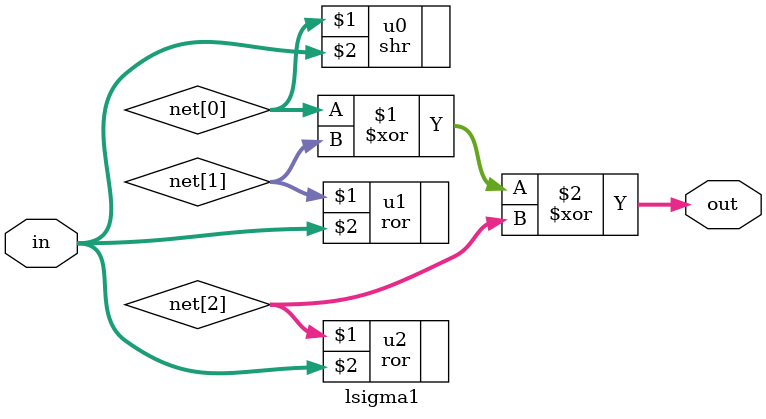
<source format=v>
/*!
* @file lsigma1.v
* @brief Lowercase Sigma 1 Module
* @author LDFranck
* @date February 2023
* @version v1
*
* @details
*  Lowercase Sigma 1 module implementation in Verilog.
*  The module returns the result of 'sigma1' function applied 
*  to the input signal 'in'.
*/

module lsigma1(out, in);

	input  [31:0] in;
	output [31:0] out;

	wire [31:0] net [2:0];	//!< 3x 32-bits words

	shr #(10) u0(net[0], in);
	ror #(17) u1(net[1], in);
	ror #(19) u2(net[2], in);

	assign out = net[0] ^ net[1] ^ net[2];

endmodule

</source>
